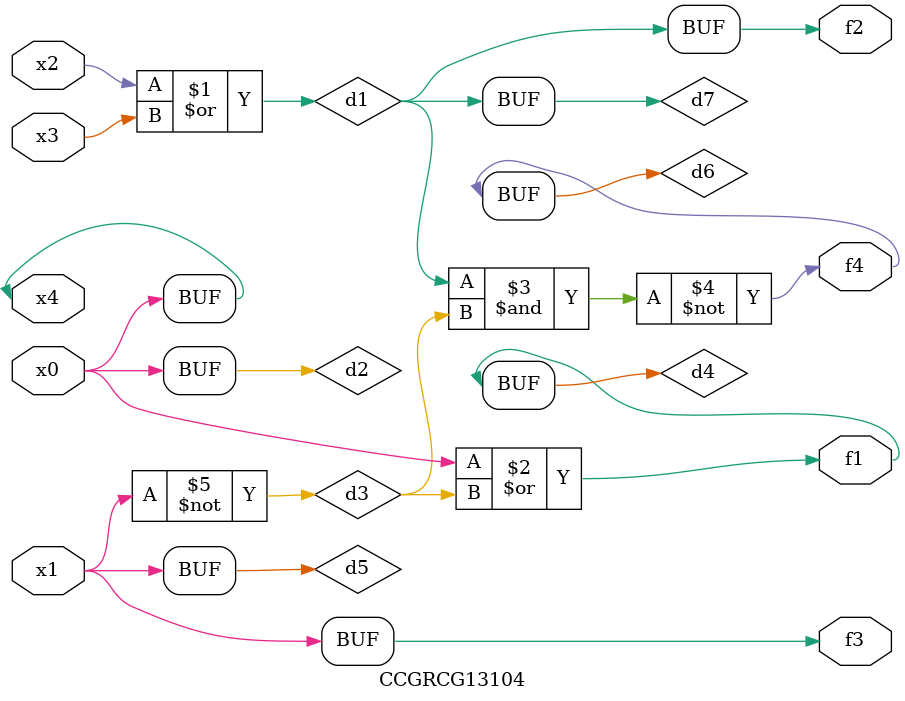
<source format=v>
module CCGRCG13104(
	input x0, x1, x2, x3, x4,
	output f1, f2, f3, f4
);

	wire d1, d2, d3, d4, d5, d6, d7;

	or (d1, x2, x3);
	buf (d2, x0, x4);
	not (d3, x1);
	or (d4, d2, d3);
	not (d5, d3);
	nand (d6, d1, d3);
	or (d7, d1);
	assign f1 = d4;
	assign f2 = d7;
	assign f3 = d5;
	assign f4 = d6;
endmodule

</source>
